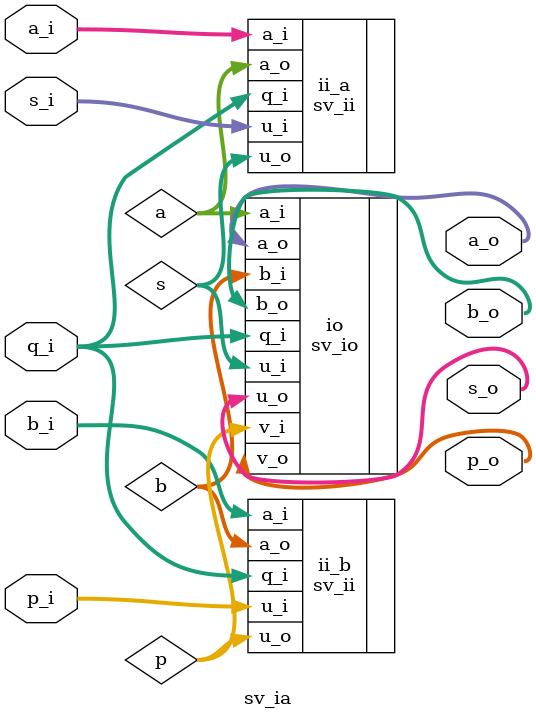
<source format=sv>


module sv_ia #(parameter DATA_WIDTH = 512)
(
  input  logic [DATA_WIDTH-1:0] q_i,

  input  logic [DATA_WIDTH-1:0] a_i,
  input  logic [DATA_WIDTH-1:0] b_i,
  input  logic [DATA_WIDTH-1:0] s_i,
  input  logic [DATA_WIDTH-1:0] p_i,

  output logic [DATA_WIDTH-1:0] a_o,
  output logic [DATA_WIDTH-1:0] b_o,
  output logic [DATA_WIDTH-1:0] s_o,
  output logic [DATA_WIDTH-1:0] p_o); 

  logic [DATA_WIDTH-1:0] a;
  logic [DATA_WIDTH-1:0] b;
  logic [DATA_WIDTH-1:0] s;
  logic [DATA_WIDTH-1:0] p;  
   
  sv_ii #(DATA_WIDTH)
  ii_a (
    .q_i(q_i),
    .a_i(a_i), 
    .u_i(s_i), 
    .a_o(a),
    .u_o(s));  

  sv_ii #(DATA_WIDTH)
  ii_b (
    .q_i(q_i),
    .a_i(b_i), 
    .u_i(p_i), 
    .a_o(b),
    .u_o(p));  
  
  sv_io #(DATA_WIDTH)
  io (
    .q_i(q_i),

    .a_i(a), 
    .b_i(b),
    .u_i(s), 
    .v_i(p), 

    .a_o(a_o),
    .b_o(b_o),
    .u_o(s_o),
    .v_o(p_o)); 



endmodule

</source>
